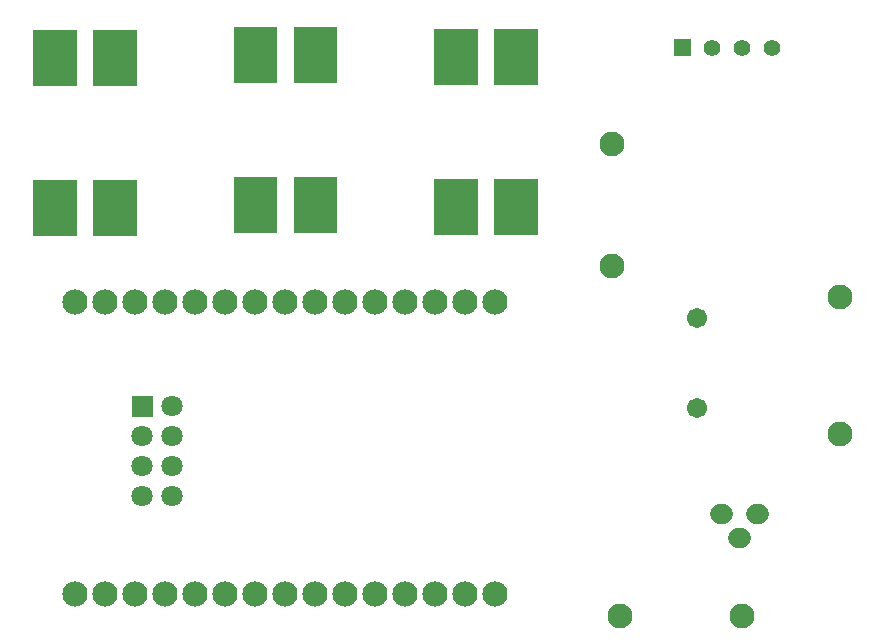
<source format=gts>
G04 Layer: TopSolderMaskLayer*
G04 EasyEDA v6.4.25, 2021-12-28T21:41:51+00:00*
G04 Gerber Generator version 0.2*
G04 Scale: 100 percent, Rotated: No, Reflected: No *
G04 Dimensions in millimeters *
G04 leading zeros omitted , absolute positions ,4 integer and 5 decimal *
%FSLAX45Y45*%
%MOMM*%

%ADD28C,1.7272*%
%ADD29C,2.1336*%
%ADD31C,1.8016*%
%ADD34C,1.4021*%
%ADD35C,2.1016*%
%ADD36C,1.7043*%

%LPD*%
D28*
X6655899Y5181600D02*
G01*
X6628300Y5181600D01*
X6503499Y5384800D02*
G01*
X6475900Y5384800D01*
X6808299Y5384800D02*
G01*
X6780700Y5384800D01*
D29*
G01*
X1015009Y7183297D03*
G01*
X1269009Y7183297D03*
G01*
X1523009Y7183297D03*
G01*
X1777009Y7183297D03*
G01*
X2031009Y7183297D03*
G01*
X2285009Y7183297D03*
G01*
X2539009Y7183297D03*
G01*
X2793009Y7183297D03*
G01*
X3047009Y7183297D03*
G01*
X3301009Y7183297D03*
G01*
X3555009Y7183297D03*
G01*
X3809009Y7183297D03*
G01*
X4063009Y7183297D03*
G01*
X4317009Y7183297D03*
G01*
X4571009Y7183297D03*
G01*
X1015009Y4706289D03*
G01*
X1269009Y4706289D03*
G01*
X1523009Y4706289D03*
G01*
X1777009Y4706289D03*
G01*
X2031009Y4706289D03*
G01*
X2285009Y4706289D03*
G01*
X2539009Y4706289D03*
G01*
X2793009Y4706289D03*
G01*
X3047009Y4706289D03*
G01*
X3301009Y4706289D03*
G01*
X3555009Y4706289D03*
G01*
X3809009Y4706289D03*
G01*
X4063009Y4706289D03*
G01*
X4317009Y4706289D03*
G01*
X4571009Y4706289D03*
G36*
X1173734Y9010395D02*
G01*
X1173734Y9480804D01*
X1544065Y9480804D01*
X1544065Y9010395D01*
G37*
G36*
X665734Y9010395D02*
G01*
X665734Y9480804D01*
X1036065Y9480804D01*
X1036065Y9010395D01*
G37*
G36*
X1173734Y7740395D02*
G01*
X1173734Y8210804D01*
X1544065Y8210804D01*
X1544065Y7740395D01*
G37*
G36*
X665734Y7740395D02*
G01*
X665734Y8210804D01*
X1036065Y8210804D01*
X1036065Y7740395D01*
G37*
G36*
X2869184Y9035795D02*
G01*
X2869184Y9506204D01*
X3239515Y9506204D01*
X3239515Y9035795D01*
G37*
G36*
X2361184Y9035795D02*
G01*
X2361184Y9506204D01*
X2731515Y9506204D01*
X2731515Y9035795D01*
G37*
G36*
X2869184Y7765795D02*
G01*
X2869184Y8236204D01*
X3239515Y8236204D01*
X3239515Y7765795D01*
G37*
G36*
X2361184Y7765795D02*
G01*
X2361184Y8236204D01*
X2731515Y8236204D01*
X2731515Y7765795D01*
G37*
G36*
X4564634Y9023095D02*
G01*
X4564634Y9493504D01*
X4934965Y9493504D01*
X4934965Y9023095D01*
G37*
G36*
X4056634Y9023095D02*
G01*
X4056634Y9493504D01*
X4426965Y9493504D01*
X4426965Y9023095D01*
G37*
G36*
X4564634Y7753095D02*
G01*
X4564634Y8223504D01*
X4934965Y8223504D01*
X4934965Y7753095D01*
G37*
G36*
X4056634Y7753095D02*
G01*
X4056634Y8223504D01*
X4426965Y8223504D01*
X4426965Y7753095D01*
G37*
D31*
G01*
X1841500Y5537200D03*
G36*
X1497329Y6209029D02*
G01*
X1497329Y6389370D01*
X1677670Y6389370D01*
X1677670Y6209029D01*
G37*
G01*
X1841500Y6299200D03*
G01*
X1587500Y6045200D03*
G01*
X1841500Y6045200D03*
G01*
X1587500Y5791200D03*
G01*
X1841500Y5791200D03*
G01*
X1587500Y5537200D03*
G36*
X6089395Y9264395D02*
G01*
X6089395Y9404604D01*
X6229604Y9404604D01*
X6229604Y9264395D01*
G37*
D34*
G01*
X6413500Y9334500D03*
G01*
X6667500Y9334500D03*
G01*
X6921500Y9334500D03*
D35*
G01*
X5631789Y4521200D03*
G01*
X6661810Y4521200D03*
D36*
G01*
X6286500Y7048500D03*
G01*
X6286500Y6286500D03*
D35*
G01*
X5562600Y7485989D03*
G01*
X5562600Y8516010D03*
G01*
X7493000Y7222109D03*
G01*
X7493000Y6062090D03*
M02*

</source>
